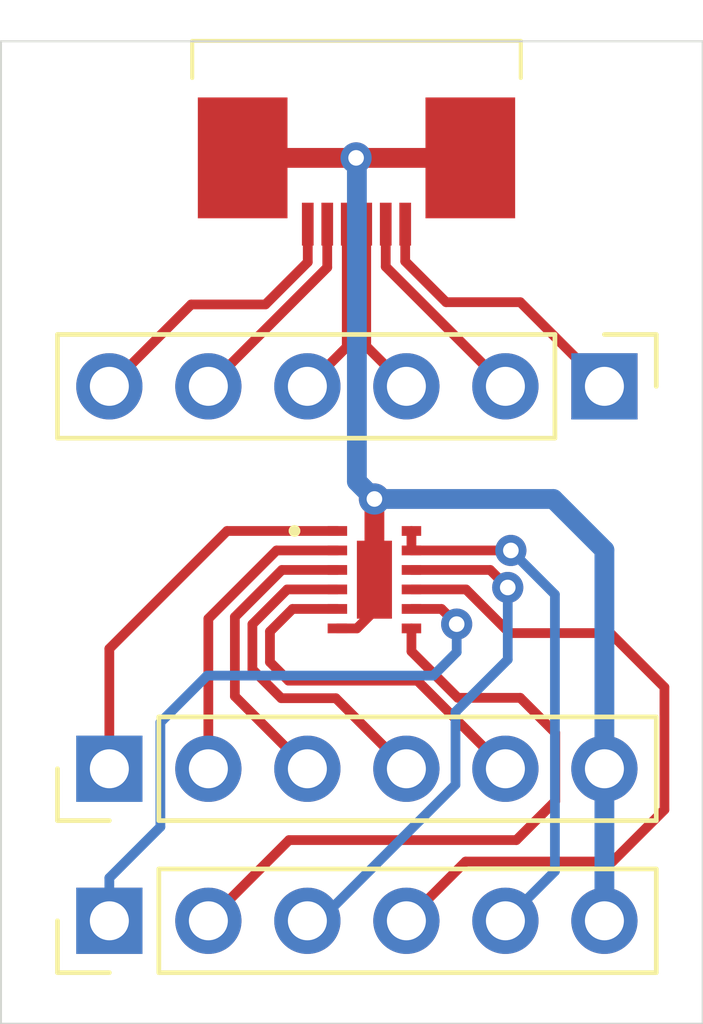
<source format=kicad_pcb>
(kicad_pcb (version 20171130) (host pcbnew "(5.1.8)-1")

  (general
    (thickness 1.6)
    (drawings 4)
    (tracks 93)
    (zones 0)
    (modules 5)
    (nets 18)
  )

  (page A4)
  (layers
    (0 F.Cu signal)
    (31 B.Cu signal)
    (32 B.Adhes user)
    (33 F.Adhes user)
    (34 B.Paste user)
    (35 F.Paste user)
    (36 B.SilkS user)
    (37 F.SilkS user)
    (38 B.Mask user)
    (39 F.Mask user)
    (40 Dwgs.User user hide)
    (41 Cmts.User user)
    (42 Eco1.User user)
    (43 Eco2.User user)
    (44 Edge.Cuts user)
    (45 Margin user)
    (46 B.CrtYd user hide)
    (47 F.CrtYd user)
    (48 B.Fab user hide)
    (49 F.Fab user hide)
  )

  (setup
    (last_trace_width 0.25)
    (trace_clearance 0.1524)
    (zone_clearance 0.508)
    (zone_45_only no)
    (trace_min 0.1524)
    (via_size 0.8)
    (via_drill 0.4)
    (via_min_size 0.4)
    (via_min_drill 0.3)
    (uvia_size 0.3)
    (uvia_drill 0.1)
    (uvias_allowed no)
    (uvia_min_size 0.2)
    (uvia_min_drill 0.1)
    (edge_width 0.05)
    (segment_width 0.2)
    (pcb_text_width 0.3)
    (pcb_text_size 1.5 1.5)
    (mod_edge_width 0.12)
    (mod_text_size 1 1)
    (mod_text_width 0.15)
    (pad_size 1.524 1.524)
    (pad_drill 0.762)
    (pad_to_mask_clearance 0)
    (aux_axis_origin 0 0)
    (visible_elements FFFFFF7F)
    (pcbplotparams
      (layerselection 0x010fc_ffffffff)
      (usegerberextensions false)
      (usegerberattributes true)
      (usegerberadvancedattributes true)
      (creategerberjobfile true)
      (excludeedgelayer true)
      (linewidth 0.100000)
      (plotframeref false)
      (viasonmask false)
      (mode 1)
      (useauxorigin false)
      (hpglpennumber 1)
      (hpglpenspeed 20)
      (hpglpendiameter 15.000000)
      (psnegative false)
      (psa4output false)
      (plotreference true)
      (plotvalue true)
      (plotinvisibletext false)
      (padsonsilk false)
      (subtractmaskfromsilk false)
      (outputformat 1)
      (mirror false)
      (drillshape 0)
      (scaleselection 1)
      (outputdirectory "Gerber/"))
  )

  (net 0 "")
  (net 1 GND)
  (net 2 VCC)
  (net 3 /AIN1)
  (net 4 /AIN2)
  (net 5 /BIN1)
  (net 6 /BIN2)
  (net 7 /B2)
  (net 8 /B1)
  (net 9 /A2)
  (net 10 /A1)
  (net 11 /VM)
  (net 12 /6)
  (net 13 /5)
  (net 14 /4)
  (net 15 /3)
  (net 16 /2)
  (net 17 /1)

  (net_class Default "This is the default net class."
    (clearance 0.1524)
    (trace_width 0.25)
    (via_dia 0.8)
    (via_drill 0.4)
    (uvia_dia 0.3)
    (uvia_drill 0.1)
    (add_net /1)
    (add_net /2)
    (add_net /3)
    (add_net /4)
    (add_net /5)
    (add_net /6)
    (add_net /A1)
    (add_net /A2)
    (add_net /AIN1)
    (add_net /AIN2)
    (add_net /B1)
    (add_net /B2)
    (add_net /BIN1)
    (add_net /BIN2)
    (add_net /VM)
    (add_net GND)
    (add_net VCC)
  )

  (module Connector_PinHeader_2.54mm:PinHeader_1x06_P2.54mm_Vertical (layer F.Cu) (tedit 59FED5CC) (tstamp 611FA65B)
    (at 129.78 94.36 90)
    (descr "Through hole straight pin header, 1x06, 2.54mm pitch, single row")
    (tags "Through hole pin header THT 1x06 2.54mm single row")
    (path /61215795)
    (fp_text reference J4 (at 0 -2.33 90) (layer F.SilkS) hide
      (effects (font (size 1 1) (thickness 0.15)))
    )
    (fp_text value 6_pin_connector (at 0 15.03 90) (layer F.Fab)
      (effects (font (size 1 1) (thickness 0.15)))
    )
    (fp_text user %R (at 0 6.35) (layer F.Fab)
      (effects (font (size 1 1) (thickness 0.15)))
    )
    (fp_line (start -0.635 -1.27) (end 1.27 -1.27) (layer F.Fab) (width 0.1))
    (fp_line (start 1.27 -1.27) (end 1.27 13.97) (layer F.Fab) (width 0.1))
    (fp_line (start 1.27 13.97) (end -1.27 13.97) (layer F.Fab) (width 0.1))
    (fp_line (start -1.27 13.97) (end -1.27 -0.635) (layer F.Fab) (width 0.1))
    (fp_line (start -1.27 -0.635) (end -0.635 -1.27) (layer F.Fab) (width 0.1))
    (fp_line (start -1.33 14.03) (end 1.33 14.03) (layer F.SilkS) (width 0.12))
    (fp_line (start -1.33 1.27) (end -1.33 14.03) (layer F.SilkS) (width 0.12))
    (fp_line (start 1.33 1.27) (end 1.33 14.03) (layer F.SilkS) (width 0.12))
    (fp_line (start -1.33 1.27) (end 1.33 1.27) (layer F.SilkS) (width 0.12))
    (fp_line (start -1.33 0) (end -1.33 -1.33) (layer F.SilkS) (width 0.12))
    (fp_line (start -1.33 -1.33) (end 0 -1.33) (layer F.SilkS) (width 0.12))
    (fp_line (start -1.8 -1.8) (end -1.8 14.5) (layer F.CrtYd) (width 0.05))
    (fp_line (start -1.8 14.5) (end 1.8 14.5) (layer F.CrtYd) (width 0.05))
    (fp_line (start 1.8 14.5) (end 1.8 -1.8) (layer F.CrtYd) (width 0.05))
    (fp_line (start 1.8 -1.8) (end -1.8 -1.8) (layer F.CrtYd) (width 0.05))
    (pad 6 thru_hole oval (at 0 12.7 90) (size 1.7 1.7) (drill 1) (layers *.Cu *.Mask)
      (net 1 GND))
    (pad 5 thru_hole oval (at 0 10.16 90) (size 1.7 1.7) (drill 1) (layers *.Cu *.Mask)
      (net 2 VCC))
    (pad 4 thru_hole oval (at 0 7.62 90) (size 1.7 1.7) (drill 1) (layers *.Cu *.Mask)
      (net 4 /AIN2))
    (pad 3 thru_hole oval (at 0 5.08 90) (size 1.7 1.7) (drill 1) (layers *.Cu *.Mask)
      (net 3 /AIN1))
    (pad 2 thru_hole oval (at 0 2.54 90) (size 1.7 1.7) (drill 1) (layers *.Cu *.Mask)
      (net 6 /BIN2))
    (pad 1 thru_hole rect (at 0 0 90) (size 1.7 1.7) (drill 1) (layers *.Cu *.Mask)
      (net 5 /BIN1))
    (model ${KISYS3DMOD}/Connector_PinHeader_2.54mm.3dshapes/PinHeader_1x06_P2.54mm_Vertical.wrl
      (at (xyz 0 0 0))
      (scale (xyz 1 1 1))
      (rotate (xyz 0 0 0))
    )
  )

  (module Connector_PinHeader_2.54mm:PinHeader_1x06_P2.54mm_Vertical (layer F.Cu) (tedit 59FED5CC) (tstamp 611FA641)
    (at 129.78 90.46 90)
    (descr "Through hole straight pin header, 1x06, 2.54mm pitch, single row")
    (tags "Through hole pin header THT 1x06 2.54mm single row")
    (path /6121298A)
    (fp_text reference J3 (at 0 -2.33 90) (layer F.SilkS) hide
      (effects (font (size 1 1) (thickness 0.15)))
    )
    (fp_text value 6_pin_connector (at 0 15.03 90) (layer F.Fab)
      (effects (font (size 1 1) (thickness 0.15)))
    )
    (fp_text user %R (at 0 6.35) (layer F.Fab)
      (effects (font (size 1 1) (thickness 0.15)))
    )
    (fp_line (start -0.635 -1.27) (end 1.27 -1.27) (layer F.Fab) (width 0.1))
    (fp_line (start 1.27 -1.27) (end 1.27 13.97) (layer F.Fab) (width 0.1))
    (fp_line (start 1.27 13.97) (end -1.27 13.97) (layer F.Fab) (width 0.1))
    (fp_line (start -1.27 13.97) (end -1.27 -0.635) (layer F.Fab) (width 0.1))
    (fp_line (start -1.27 -0.635) (end -0.635 -1.27) (layer F.Fab) (width 0.1))
    (fp_line (start -1.33 14.03) (end 1.33 14.03) (layer F.SilkS) (width 0.12))
    (fp_line (start -1.33 1.27) (end -1.33 14.03) (layer F.SilkS) (width 0.12))
    (fp_line (start 1.33 1.27) (end 1.33 14.03) (layer F.SilkS) (width 0.12))
    (fp_line (start -1.33 1.27) (end 1.33 1.27) (layer F.SilkS) (width 0.12))
    (fp_line (start -1.33 0) (end -1.33 -1.33) (layer F.SilkS) (width 0.12))
    (fp_line (start -1.33 -1.33) (end 0 -1.33) (layer F.SilkS) (width 0.12))
    (fp_line (start -1.8 -1.8) (end -1.8 14.5) (layer F.CrtYd) (width 0.05))
    (fp_line (start -1.8 14.5) (end 1.8 14.5) (layer F.CrtYd) (width 0.05))
    (fp_line (start 1.8 14.5) (end 1.8 -1.8) (layer F.CrtYd) (width 0.05))
    (fp_line (start 1.8 -1.8) (end -1.8 -1.8) (layer F.CrtYd) (width 0.05))
    (pad 6 thru_hole oval (at 0 12.7 90) (size 1.7 1.7) (drill 1) (layers *.Cu *.Mask)
      (net 1 GND))
    (pad 5 thru_hole oval (at 0 10.16 90) (size 1.7 1.7) (drill 1) (layers *.Cu *.Mask)
      (net 7 /B2))
    (pad 4 thru_hole oval (at 0 7.62 90) (size 1.7 1.7) (drill 1) (layers *.Cu *.Mask)
      (net 8 /B1))
    (pad 3 thru_hole oval (at 0 5.08 90) (size 1.7 1.7) (drill 1) (layers *.Cu *.Mask)
      (net 9 /A2))
    (pad 2 thru_hole oval (at 0 2.54 90) (size 1.7 1.7) (drill 1) (layers *.Cu *.Mask)
      (net 10 /A1))
    (pad 1 thru_hole rect (at 0 0 90) (size 1.7 1.7) (drill 1) (layers *.Cu *.Mask)
      (net 11 /VM))
    (model ${KISYS3DMOD}/Connector_PinHeader_2.54mm.3dshapes/PinHeader_1x06_P2.54mm_Vertical.wrl
      (at (xyz 0 0 0))
      (scale (xyz 1 1 1))
      (rotate (xyz 0 0 0))
    )
  )

  (module SamacSys_Parts:17345926 (layer F.Cu) (tedit 611EF4E9) (tstamp 611FA627)
    (at 136.12 73.99 180)
    (descr 1734592-6-2)
    (tags Connector)
    (path /61203DB2)
    (attr smd)
    (fp_text reference J2 (at 0 -0.425) (layer F.SilkS) hide
      (effects (font (size 1.27 1.27) (thickness 0.254)))
    )
    (fp_text value 1734592-6 (at 0 -0.425) (layer F.SilkS) hide
      (effects (font (size 1.27 1.27) (thickness 0.254)))
    )
    (fp_line (start -5.215 3.2) (end -5.215 -4.05) (layer Dwgs.User) (width 0.1))
    (fp_line (start 5.215 3.2) (end -5.215 3.2) (layer Dwgs.User) (width 0.1))
    (fp_line (start 5.215 -4.05) (end 5.215 3.2) (layer Dwgs.User) (width 0.1))
    (fp_line (start -5.215 -4.05) (end 5.215 -4.05) (layer Dwgs.User) (width 0.1))
    (fp_line (start 4.215 1.25) (end 4.215 2.2) (layer F.SilkS) (width 0.1))
    (fp_line (start 4.215 1.25) (end 4.215 1.25) (layer F.SilkS) (width 0.1))
    (fp_line (start 4.215 2.2) (end 4.215 1.25) (layer F.SilkS) (width 0.1))
    (fp_line (start 4.215 2.2) (end 4.215 2.2) (layer F.SilkS) (width 0.1))
    (fp_line (start -4.215 2.2) (end -4.215 2.2) (layer F.SilkS) (width 0.1))
    (fp_line (start 4.215 2.2) (end -4.215 2.2) (layer F.SilkS) (width 0.1))
    (fp_line (start 4.215 2.2) (end 4.215 2.2) (layer F.SilkS) (width 0.1))
    (fp_line (start -4.215 2.2) (end 4.215 2.2) (layer F.SilkS) (width 0.1))
    (fp_line (start -4.215 2.2) (end -4.215 1.25) (layer F.SilkS) (width 0.1))
    (fp_line (start -4.215 2.2) (end -4.215 2.2) (layer F.SilkS) (width 0.1))
    (fp_line (start -4.215 1.25) (end -4.215 2.2) (layer F.SilkS) (width 0.1))
    (fp_line (start -4.215 1.25) (end -4.215 1.25) (layer F.SilkS) (width 0.1))
    (fp_line (start -4.215 -2.2) (end -4.215 2.2) (layer Dwgs.User) (width 0.2))
    (fp_line (start 4.215 -2.2) (end -4.215 -2.2) (layer Dwgs.User) (width 0.2))
    (fp_line (start 4.215 2.2) (end 4.215 -2.2) (layer Dwgs.User) (width 0.2))
    (fp_line (start -4.215 2.2) (end 4.215 2.2) (layer Dwgs.User) (width 0.2))
    (pad MP2 smd rect (at 2.92 -0.8 180) (size 2.3 3.1) (layers F.Cu F.Paste F.Mask)
      (net 1 GND))
    (pad MP1 smd rect (at -2.92 -0.8 180) (size 2.3 3.1) (layers F.Cu F.Paste F.Mask)
      (net 1 GND))
    (pad 6 smd rect (at 1.25 -2.5 180) (size 0.3 1.1) (layers F.Cu F.Paste F.Mask)
      (net 12 /6))
    (pad 5 smd rect (at 0.75 -2.5 180) (size 0.3 1.1) (layers F.Cu F.Paste F.Mask)
      (net 13 /5))
    (pad 4 smd rect (at 0.25 -2.5 180) (size 0.3 1.1) (layers F.Cu F.Paste F.Mask)
      (net 14 /4))
    (pad 3 smd rect (at -0.25 -2.5 180) (size 0.3 1.1) (layers F.Cu F.Paste F.Mask)
      (net 15 /3))
    (pad 2 smd rect (at -0.75 -2.5 180) (size 0.3 1.1) (layers F.Cu F.Paste F.Mask)
      (net 16 /2))
    (pad 1 smd rect (at -1.25 -2.5 180) (size 0.3 1.1) (layers F.Cu F.Paste F.Mask)
      (net 17 /1))
    (model C:/DATA/Software/KiCAD/Libs/libs/Mylib/3D_model/1734592-6.stp
      (offset (xyz 0 -2.2 1))
      (scale (xyz 1 1 1))
      (rotate (xyz -90 0 0))
    )
  )

  (module Connector_PinHeader_2.54mm:PinHeader_1x06_P2.54mm_Vertical (layer F.Cu) (tedit 59FED5CC) (tstamp 611FA607)
    (at 142.48 80.65 270)
    (descr "Through hole straight pin header, 1x06, 2.54mm pitch, single row")
    (tags "Through hole pin header THT 1x06 2.54mm single row")
    (path /611FFADD)
    (fp_text reference J1 (at 0 -2.33 90) (layer F.SilkS) hide
      (effects (font (size 1 1) (thickness 0.15)))
    )
    (fp_text value 6_pin_connector (at 0 15.03 90) (layer F.Fab)
      (effects (font (size 1 1) (thickness 0.15)))
    )
    (fp_text user %R (at 0 6.35) (layer F.Fab)
      (effects (font (size 1 1) (thickness 0.15)))
    )
    (fp_line (start -0.635 -1.27) (end 1.27 -1.27) (layer F.Fab) (width 0.1))
    (fp_line (start 1.27 -1.27) (end 1.27 13.97) (layer F.Fab) (width 0.1))
    (fp_line (start 1.27 13.97) (end -1.27 13.97) (layer F.Fab) (width 0.1))
    (fp_line (start -1.27 13.97) (end -1.27 -0.635) (layer F.Fab) (width 0.1))
    (fp_line (start -1.27 -0.635) (end -0.635 -1.27) (layer F.Fab) (width 0.1))
    (fp_line (start -1.33 14.03) (end 1.33 14.03) (layer F.SilkS) (width 0.12))
    (fp_line (start -1.33 1.27) (end -1.33 14.03) (layer F.SilkS) (width 0.12))
    (fp_line (start 1.33 1.27) (end 1.33 14.03) (layer F.SilkS) (width 0.12))
    (fp_line (start -1.33 1.27) (end 1.33 1.27) (layer F.SilkS) (width 0.12))
    (fp_line (start -1.33 0) (end -1.33 -1.33) (layer F.SilkS) (width 0.12))
    (fp_line (start -1.33 -1.33) (end 0 -1.33) (layer F.SilkS) (width 0.12))
    (fp_line (start -1.8 -1.8) (end -1.8 14.5) (layer F.CrtYd) (width 0.05))
    (fp_line (start -1.8 14.5) (end 1.8 14.5) (layer F.CrtYd) (width 0.05))
    (fp_line (start 1.8 14.5) (end 1.8 -1.8) (layer F.CrtYd) (width 0.05))
    (fp_line (start 1.8 -1.8) (end -1.8 -1.8) (layer F.CrtYd) (width 0.05))
    (pad 6 thru_hole oval (at 0 12.7 270) (size 1.7 1.7) (drill 1) (layers *.Cu *.Mask)
      (net 12 /6))
    (pad 5 thru_hole oval (at 0 10.16 270) (size 1.7 1.7) (drill 1) (layers *.Cu *.Mask)
      (net 13 /5))
    (pad 4 thru_hole oval (at 0 7.62 270) (size 1.7 1.7) (drill 1) (layers *.Cu *.Mask)
      (net 14 /4))
    (pad 3 thru_hole oval (at 0 5.08 270) (size 1.7 1.7) (drill 1) (layers *.Cu *.Mask)
      (net 15 /3))
    (pad 2 thru_hole oval (at 0 2.54 270) (size 1.7 1.7) (drill 1) (layers *.Cu *.Mask)
      (net 16 /2))
    (pad 1 thru_hole rect (at 0 0 270) (size 1.7 1.7) (drill 1) (layers *.Cu *.Mask)
      (net 17 /1))
    (model ${KISYS3DMOD}/Connector_PinHeader_2.54mm.3dshapes/PinHeader_1x06_P2.54mm_Vertical.wrl
      (at (xyz 0 0 0))
      (scale (xyz 1 1 1))
      (rotate (xyz 0 0 0))
    )
  )

  (module SamacSys_Parts:DRV8835DSSR (layer F.Cu) (tedit 611F27A9) (tstamp 611FA5ED)
    (at 136.58 85.61)
    (descr DRV8835DSSR-4)
    (tags "Integrated Circuit")
    (path /612014AA)
    (attr smd)
    (fp_text reference IC1 (at -0.45 0) (layer F.SilkS) hide
      (effects (font (size 1.27 1.27) (thickness 0.254)))
    )
    (fp_text value DRV8835DSSR (at -0.45 0) (layer F.SilkS) hide
      (effects (font (size 1.27 1.27) (thickness 0.254)))
    )
    (fp_arc (start -2.05 -1.25) (end -2 -1.25) (angle -180) (layer F.SilkS) (width 0.2))
    (fp_arc (start -2.05 -1.25) (end -2.1 -1.25) (angle -180) (layer F.SilkS) (width 0.2))
    (fp_arc (start -2.05 -1.25) (end -2 -1.25) (angle -180) (layer F.SilkS) (width 0.2))
    (fp_line (start -2 -1.25) (end -2 -1.25) (layer F.SilkS) (width 0.2))
    (fp_line (start -2.1 -1.25) (end -2.1 -1.25) (layer F.SilkS) (width 0.2))
    (fp_line (start -2 -1.25) (end -2 -1.25) (layer F.SilkS) (width 0.2))
    (fp_line (start -3.1 2.5) (end -3.1 -2.5) (layer Dwgs.User) (width 0.1))
    (fp_line (start 2.2 2.5) (end -3.1 2.5) (layer Dwgs.User) (width 0.1))
    (fp_line (start 2.2 -2.5) (end 2.2 2.5) (layer Dwgs.User) (width 0.1))
    (fp_line (start -3.1 -2.5) (end 2.2 -2.5) (layer Dwgs.User) (width 0.1))
    (fp_line (start -1 -1.5) (end -1 1.5) (layer Dwgs.User) (width 0.2))
    (fp_line (start 1 -1.5) (end -1 -1.5) (layer Dwgs.User) (width 0.2))
    (fp_line (start 1 1.5) (end 1 -1.5) (layer Dwgs.User) (width 0.2))
    (fp_line (start -1 1.5) (end 1 1.5) (layer Dwgs.User) (width 0.2))
    (pad 13 smd rect (at 0 0) (size 0.9 2) (layers F.Cu F.Paste F.Mask)
      (net 1 GND))
    (pad 12 smd rect (at 0.95 -1.25 90) (size 0.25 0.5) (layers F.Cu F.Paste F.Mask)
      (net 2 VCC))
    (pad 11 smd rect (at 0.95 -0.75 90) (size 0.25 0.5) (layers F.Cu F.Paste F.Mask)
      (net 2 VCC))
    (pad 10 smd rect (at 0.95 -0.25 90) (size 0.25 0.5) (layers F.Cu F.Paste F.Mask)
      (net 3 /AIN1))
    (pad 9 smd rect (at 0.95 0.25 90) (size 0.25 0.5) (layers F.Cu F.Paste F.Mask)
      (net 4 /AIN2))
    (pad 8 smd rect (at 0.95 0.75 90) (size 0.25 0.5) (layers F.Cu F.Paste F.Mask)
      (net 5 /BIN1))
    (pad 7 smd rect (at 0.95 1.25 90) (size 0.25 0.5) (layers F.Cu F.Paste F.Mask)
      (net 6 /BIN2))
    (pad 6 smd rect (at -0.95 1.25 90) (size 0.25 0.5) (layers F.Cu F.Paste F.Mask)
      (net 1 GND))
    (pad 5 smd rect (at -0.95 0.75 90) (size 0.25 0.5) (layers F.Cu F.Paste F.Mask)
      (net 7 /B2))
    (pad 4 smd rect (at -0.95 0.25 90) (size 0.25 0.5) (layers F.Cu F.Paste F.Mask)
      (net 8 /B1))
    (pad 3 smd rect (at -0.95 -0.25 90) (size 0.25 0.5) (layers F.Cu F.Paste F.Mask)
      (net 9 /A2))
    (pad 2 smd rect (at -0.95 -0.75 90) (size 0.25 0.5) (layers F.Cu F.Paste F.Mask)
      (net 10 /A1))
    (pad 1 smd rect (at -0.95 -1.25 90) (size 0.25 0.5) (layers F.Cu F.Paste F.Mask)
      (net 11 /VM))
  )

  (gr_line (start 127 97) (end 127 71.8) (layer Edge.Cuts) (width 0.05) (tstamp 611FABDD))
  (gr_line (start 145 97) (end 127 97) (layer Edge.Cuts) (width 0.05))
  (gr_line (start 145 71.8) (end 145 97) (layer Edge.Cuts) (width 0.05))
  (gr_line (start 127 71.8) (end 145 71.8) (layer Edge.Cuts) (width 0.05))

  (segment (start 133.2 74.79) (end 136.11 74.79) (width 0.508) (layer F.Cu) (net 1))
  (segment (start 136.58 86.41) (end 136.58 85.61) (width 0.25) (layer F.Cu) (net 1))
  (segment (start 136.13 86.86) (end 136.58 86.41) (width 0.25) (layer F.Cu) (net 1))
  (segment (start 135.63 86.86) (end 136.13 86.86) (width 0.25) (layer F.Cu) (net 1))
  (via (at 136.58 83.54) (size 0.8) (drill 0.4) (layers F.Cu B.Cu) (net 1))
  (segment (start 136.58 85.61) (end 136.58 83.54) (width 0.508) (layer F.Cu) (net 1))
  (segment (start 136.11 74.79) (end 139.04 74.79) (width 0.508) (layer F.Cu) (net 1) (tstamp 611FADE8))
  (segment (start 142.48 90.46) (end 142.48 84.85) (width 0.508) (layer B.Cu) (net 1))
  (segment (start 142.48 84.85) (end 141.17 83.54) (width 0.508) (layer B.Cu) (net 1))
  (segment (start 141.17 83.54) (end 136.58 83.54) (width 0.508) (layer B.Cu) (net 1))
  (segment (start 136.58 83.54) (end 136.13 83.09) (width 0.508) (layer B.Cu) (net 1))
  (segment (start 136.13 83.09) (end 136.13 74.81) (width 0.508) (layer B.Cu) (net 1))
  (segment (start 136.13 74.81) (end 136.11 74.79) (width 0.508) (layer B.Cu) (net 1))
  (via (at 136.11 74.79) (size 0.8) (drill 0.4) (layers F.Cu B.Cu) (net 1))
  (segment (start 142.48 90.46) (end 142.48 94.36) (width 0.508) (layer B.Cu) (net 1))
  (segment (start 137.53 84.36) (end 137.53 84.86) (width 0.25) (layer F.Cu) (net 2))
  (via (at 140.08 84.86) (size 0.8) (drill 0.4) (layers F.Cu B.Cu) (net 2))
  (segment (start 137.53 84.86) (end 140.08 84.86) (width 0.25) (layer F.Cu) (net 2))
  (segment (start 140.08 84.86) (end 141.21 85.99) (width 0.25) (layer B.Cu) (net 2))
  (segment (start 141.21 93.09) (end 139.94 94.36) (width 0.25) (layer B.Cu) (net 2))
  (segment (start 141.21 85.99) (end 141.21 93.09) (width 0.25) (layer B.Cu) (net 2))
  (via (at 140 85.81) (size 0.8) (drill 0.4) (layers F.Cu B.Cu) (net 3))
  (segment (start 139.55 85.36) (end 140 85.81) (width 0.25) (layer F.Cu) (net 3))
  (segment (start 137.53 85.36) (end 139.55 85.36) (width 0.25) (layer F.Cu) (net 3))
  (segment (start 140 85.81) (end 140 87.66) (width 0.25) (layer B.Cu) (net 3))
  (segment (start 140 87.66) (end 138.66 89) (width 0.25) (layer B.Cu) (net 3))
  (segment (start 135.168554 94.36) (end 134.86 94.36) (width 0.25) (layer B.Cu) (net 3))
  (segment (start 138.66 90.868554) (end 135.168554 94.36) (width 0.25) (layer B.Cu) (net 3))
  (segment (start 138.66 89) (end 138.66 90.868554) (width 0.25) (layer B.Cu) (net 3))
  (segment (start 137.4 94.36) (end 138.92 92.84) (width 0.25) (layer F.Cu) (net 4))
  (segment (start 138.92 92.84) (end 142.69 92.84) (width 0.25) (layer F.Cu) (net 4))
  (segment (start 142.69 92.84) (end 144.02 91.51) (width 0.25) (layer F.Cu) (net 4))
  (segment (start 144.02 91.51) (end 144.02 88.37) (width 0.25) (layer F.Cu) (net 4))
  (segment (start 144.02 88.37) (end 142.63 86.98) (width 0.25) (layer F.Cu) (net 4))
  (segment (start 142.63 86.98) (end 140.05 86.98) (width 0.25) (layer F.Cu) (net 4))
  (segment (start 138.93 85.86) (end 137.53 85.86) (width 0.25) (layer F.Cu) (net 4))
  (segment (start 140.05 86.98) (end 138.93 85.86) (width 0.25) (layer F.Cu) (net 4))
  (via (at 138.69 86.75) (size 0.8) (drill 0.4) (layers F.Cu B.Cu) (net 5))
  (segment (start 138.3 86.36) (end 138.69 86.75) (width 0.25) (layer F.Cu) (net 5))
  (segment (start 137.53 86.36) (end 138.3 86.36) (width 0.25) (layer F.Cu) (net 5))
  (segment (start 131.09 89.27) (end 131.09 91.95) (width 0.25) (layer B.Cu) (net 5))
  (segment (start 132.29 88.07) (end 131.09 89.27) (width 0.25) (layer B.Cu) (net 5))
  (segment (start 138.09 88.07) (end 132.29 88.07) (width 0.25) (layer B.Cu) (net 5))
  (segment (start 138.69 87.47) (end 138.09 88.07) (width 0.25) (layer B.Cu) (net 5))
  (segment (start 138.69 86.75) (end 138.69 87.47) (width 0.25) (layer B.Cu) (net 5))
  (segment (start 129.78 93.26) (end 131.09 91.95) (width 0.25) (layer B.Cu) (net 5))
  (segment (start 129.78 94.36) (end 129.78 93.26) (width 0.25) (layer B.Cu) (net 5))
  (segment (start 137.53 86.86) (end 137.53 87.45) (width 0.25) (layer F.Cu) (net 6))
  (segment (start 137.53 87.45) (end 138.72 88.64) (width 0.25) (layer F.Cu) (net 6))
  (segment (start 138.72 88.64) (end 140.32 88.64) (width 0.25) (layer F.Cu) (net 6))
  (segment (start 140.32 88.64) (end 141.22 89.54) (width 0.25) (layer F.Cu) (net 6))
  (segment (start 141.22 89.54) (end 141.22 91.29) (width 0.25) (layer F.Cu) (net 6))
  (segment (start 141.22 91.29) (end 140.22 92.29) (width 0.25) (layer F.Cu) (net 6))
  (segment (start 134.39 92.29) (end 132.32 94.36) (width 0.25) (layer F.Cu) (net 6))
  (segment (start 140.22 92.29) (end 134.39 92.29) (width 0.25) (layer F.Cu) (net 6))
  (segment (start 134.3764 88.19999) (end 137.679991 88.199991) (width 0.25) (layer F.Cu) (net 7))
  (segment (start 133.90002 87.72361) (end 134.3764 88.19999) (width 0.25) (layer F.Cu) (net 7))
  (segment (start 133.90002 86.93921) (end 133.90002 87.72361) (width 0.25) (layer F.Cu) (net 7))
  (segment (start 137.679991 88.199991) (end 139.94 90.46) (width 0.25) (layer F.Cu) (net 7))
  (segment (start 134.47923 86.36) (end 133.90002 86.93921) (width 0.25) (layer F.Cu) (net 7))
  (segment (start 135.63 86.36) (end 134.47923 86.36) (width 0.25) (layer F.Cu) (net 7))
  (segment (start 135.63 85.86) (end 134.34282 85.86) (width 0.25) (layer F.Cu) (net 8))
  (segment (start 134.34282 85.86) (end 133.45001 86.75281) (width 0.25) (layer F.Cu) (net 8))
  (segment (start 133.45001 86.75281) (end 133.45001 87.91001) (width 0.25) (layer F.Cu) (net 8))
  (segment (start 133.45001 87.91001) (end 134.19 88.65) (width 0.25) (layer F.Cu) (net 8))
  (segment (start 135.59 88.65) (end 137.4 90.46) (width 0.25) (layer F.Cu) (net 8))
  (segment (start 134.19 88.65) (end 135.59 88.65) (width 0.25) (layer F.Cu) (net 8))
  (segment (start 135.63 85.36) (end 134.20641 85.36) (width 0.25) (layer F.Cu) (net 9))
  (segment (start 134.20641 85.36) (end 133 86.56641) (width 0.25) (layer F.Cu) (net 9))
  (segment (start 133 88.6) (end 134.86 90.46) (width 0.25) (layer F.Cu) (net 9))
  (segment (start 133 86.56641) (end 133 88.6) (width 0.25) (layer F.Cu) (net 9))
  (segment (start 135.63 84.86) (end 134.07 84.86) (width 0.25) (layer F.Cu) (net 10))
  (segment (start 132.32 86.61) (end 132.32 90.46) (width 0.25) (layer F.Cu) (net 10))
  (segment (start 134.07 84.86) (end 132.32 86.61) (width 0.25) (layer F.Cu) (net 10))
  (segment (start 135.63 84.36) (end 132.8 84.36) (width 0.25) (layer F.Cu) (net 11))
  (segment (start 129.78 87.38) (end 129.78 90.46) (width 0.25) (layer F.Cu) (net 11))
  (segment (start 132.8 84.36) (end 129.78 87.38) (width 0.25) (layer F.Cu) (net 11))
  (segment (start 129.78 80.65) (end 131.88 78.55) (width 0.25) (layer F.Cu) (net 12))
  (segment (start 131.88 78.55) (end 133.78359 78.55) (width 0.25) (layer F.Cu) (net 12))
  (segment (start 134.87 77.46359) (end 134.87 76.49) (width 0.25) (layer F.Cu) (net 12))
  (segment (start 133.78359 78.55) (end 134.87 77.46359) (width 0.25) (layer F.Cu) (net 12))
  (segment (start 135.37 77.6) (end 132.32 80.65) (width 0.25) (layer F.Cu) (net 13))
  (segment (start 135.37 76.49) (end 135.37 77.6) (width 0.25) (layer F.Cu) (net 13))
  (segment (start 135.87 79.64) (end 134.86 80.65) (width 0.25) (layer F.Cu) (net 14))
  (segment (start 135.87 76.49) (end 135.87 79.64) (width 0.25) (layer F.Cu) (net 14))
  (segment (start 136.37 79.62) (end 137.4 80.65) (width 0.25) (layer F.Cu) (net 15))
  (segment (start 136.37 76.49) (end 136.37 79.62) (width 0.25) (layer F.Cu) (net 15))
  (segment (start 136.87 77.58) (end 139.94 80.65) (width 0.25) (layer F.Cu) (net 16))
  (segment (start 136.87 76.49) (end 136.87 77.58) (width 0.25) (layer F.Cu) (net 16))
  (segment (start 142.48 80.65) (end 140.321795 78.491795) (width 0.25) (layer F.Cu) (net 17))
  (segment (start 140.321795 78.491795) (end 138.418205 78.491795) (width 0.25) (layer F.Cu) (net 17))
  (segment (start 137.37 77.44359) (end 137.37 76.49) (width 0.25) (layer F.Cu) (net 17))
  (segment (start 138.418205 78.491795) (end 137.37 77.44359) (width 0.25) (layer F.Cu) (net 17))

)

</source>
